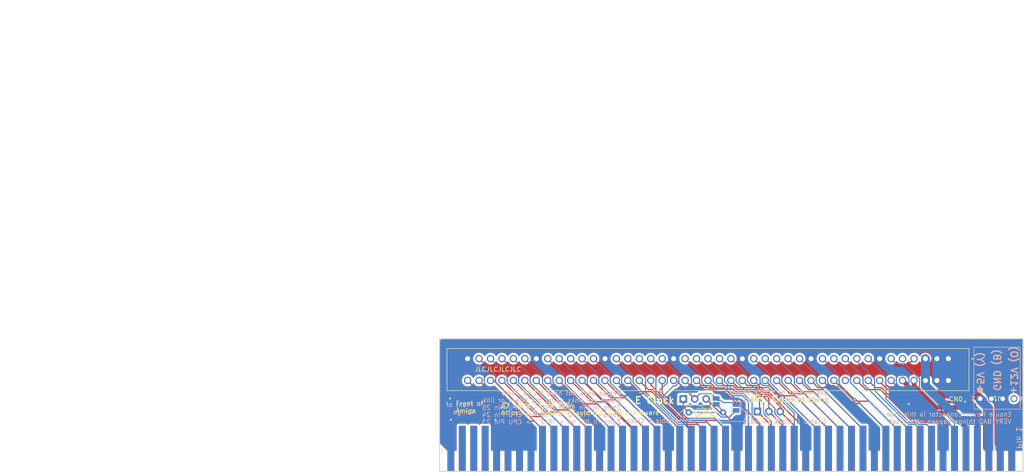
<source format=kicad_pcb>
(kicad_pcb (version 20221018) (generator pcbnew)
  (layers (0 "F.Cu" signal) (31 "B.Cu" signal) (34 "B.Paste" user) (35 "F.Paste" user) (36 "B.SilkS" user "B.Silkscreen") (37 "F.SilkS" user "F.Silkscreen") (38 "B.Mask" user) (39 "F.Mask" user) (44 "Edge.Cuts" user))
  (net 0 "")
  (net 1 "GND")
  (net 2 "+5V")
  (net 3 "-5V")
  (net 4 "+12V")
  (net 5 "CCKQ")
  (net 6 "CCK")
  (net 7 "-12V")
  (net 8 "INT6")
  (net 9 "A4")
  (net 10 "A3")
  (net 11 "A7")
  (net 12 "A8")
  (net 13 "A9")
  (net 14 "A10")
  (net 15 "A11")
  (net 16 "A12")
  (net 17 "IPL0")
  (net 18 "IPL1")
  (net 19 "IPL2")
  (net 20 "BEER")
  (net 21 "E")
  (net 22 "A18")
  (net 23 "A19")
  (net 24 "A20")
  (net 25 "A21")
  (net 26 "BR")
  (net 27 "BGACK")
  (net 28 "BG")
  (net 29 "DTACK")
  (net 30 "R_W")
  (net 31 "LDS")
  (net 32 "UDS")
  (net 33 "AS")
  (net 34 "D10")
  (net 35 "D9")
  (net 36 "D8")
  (net 37 "D7")
  (net 38 "D6")
  (net 39 "D5")
  (net 40 "E7MHz")
  (net 41 "IORESET")
  (net 42 "ENT1")
  (net 43 "OWN")
  (net 44 "SLAVE")
  (net 45 "CDAC")
  (net 46 "OVR")
  (net 47 "INT2")
  (net 48 "A5")
  (net 49 "A6")
  (net 50 "A2")
  (net 51 "A1")
  (net 52 "FC0")
  (net 53 "FC1")
  (net 54 "FC2")
  (net 55 "A13")
  (net 56 "A14")
  (net 57 "A15")
  (net 58 "A16")
  (net 59 "A17")
  (net 60 "VMA")
  (net 61 "RST")
  (net 62 "HLT")
  (net 63 "A22")
  (net 64 "A23")
  (net 65 "D15")
  (net 66 "D14")
  (net 67 "D13")
  (net 68 "D12")
  (net 69 "D11")
  (net 70 "D0")
  (net 71 "D1")
  (net 72 "D2")
  (net 73 "D3")
  (net 74 "D4")
  (net 75 "DOE")
  (net 76 "CBG")
  (net 77 "ECLock")
  (net 78 "VPA")
  (net 79 "XRDY")
  (net 80 "28MHz")
  (net 81 "BOSS")
  (net 82 "CFGIN")
  (net 83 "CFGOUT")
  (net 84 "E68R")
  (footprint "custom:zorro2card" (layer "F.Cu") (at 163.83 129.54)
    (fp_text reference "CON-Z21" hide)
    (fp_text value "zorro2port" hide)
  )
  (footprint "Resistor_THT:R_Axial_DIN0204_L3.6mm_D1.6mm_P7.62mm_Horizontal" (layer "F.Cu") (at 162.01 124.1 180)
    (fp_text reference "68R")
    (fp_text value "R_Axial_DIN0204_L3.6mm_D1.6mm_P7.62mm_Horizontal" hide)
  )
  (footprint "Connector_PinHeader_2.54mm:PinHeader_1x03_P2.54mm_Vertical" (layer "F.Cu") (at 153.175 121.1 90)
    (fp_text reference "REF**" hide)
    (fp_text value "PinHeader_1x03_P2.54mm_Vertical" hide)
  )
  (footprint "footprints:TE_1-5530843-0" (layer "F.Cu") (at 158.66 114.5743 180)
    (fp_text reference "CN0")
    (fp_text value "Co-Processor")
  )
  (footprint "Connector_PinHeader_2.54mm:PinHeader_1x03_P2.54mm_Vertical" (layer "F.Cu") (at 169.62 123.9 90)
    (fp_text reference "REF**" hide)
    (fp_text value "PinHeader_1x03_P2.54mm_Vertical" hide)
  )
  (footprint "footprints:CONN_171826-4_TYCO_TYC" (layer "B.Cu") (at 219.05 121.0466)
    (fp_text reference "J1")
    (fp_text value "CONN_171826-4_TYCO_TYC" hide)
  )
  (footprint "Jumper:SolderJumper-2_P1.3mm_Open_Pad1.0x1.5mm" (layer "B.Cu") (at 160.5 121.65 90)
    (fp_text reference "REF**" hide)
    (fp_text value "SolderJumper-2_P1.3mm_Open_Pad1.0x1.5mm" hide)
  )
  (footprint "Jumper:SolderJumper-2_P1.3mm_Open_Pad1.0x1.5mm" (layer "B.Cu") (at 164.9 123 90)
    (fp_text reference "REF**" hide)
    (fp_text value "SolderJumper-2_P1.3mm_Open_Pad1.0x1.5mm" hide)
  )
  (gr_line (start 157.9 122.6) (end 156.2 122.6) (stroke (width 0.15)) (layer "B.SilkS"))
  (gr_line (start 154.15 122.6) (end 151.69 124.97) (stroke (width 0.15)) (layer "B.SilkS"))
  (gr_line (start 157.05 122.6) (end 158 123.4) (stroke (width 0.15)) (layer "B.SilkS"))
  (gr_line (start 159.5 123.05) (end 155 125.8) (stroke (width 0.15)) (layer "B.SilkS"))
  (gr_line (start 161.4 126.1) (end 166.3 126.1) (stroke (width 0.15)) (layer "B.SilkS"))
  (gr_line (start 158.8 124.1) (end 161.4 126.1) (stroke (width 0.15)) (layer "B.SilkS"))
  (gr_line (start 155.1 122.6) (end 153.2 122.6) (stroke (width 0.15)) (layer "B.SilkS"))
  (gr_line (start 155 125.8) (end 152.15 125.84) (stroke (width 0.15)) (layer "B.SilkS"))
  (gr_line (start 167.8 124.8) (end 165.9 123) (stroke (width 0.15)) (layer "B.SilkS"))
  (gr_line locked (start 228.56 107.711) (end 228.56 137.183) (stroke (width 0.2)) (layer "Edge.Cuts"))
  (gr_line locked (start 228.56 137.183) (end 99.098 137.183) (stroke (width 0.2)) (layer "Edge.Cuts"))
  (gr_line locked (start 99.1 137.183) (end 99.1 107.713) (stroke (width 0.2)) (layer "Edge.Cuts"))
  (gr_line locked (start 99.1 107.713) (end 228.562 107.713) (stroke (width 0.2)) (layer "Edge.Cuts"))
  (gr_text "Denise does not have IPL to Zorro\nEither use links under the board or link\nZorro-II Pin 40 = IPL0 -> CPU Pin 25\nZorro-II Pin 42 = IPL1 -> CPU Pin 24\nZorro-II Pin 44 = IPL2 -> CPU Pin 23" (at 139.49 126.81) (layer "B.SilkS") (effects (font (size 1 1)) (justify left bottom mirror)))
  (gr_text "+12V (O)" (at 225.7 120.3 270) (layer "B.SilkS") (effects (font (size 1.5 1.5) (thickness 0.3) bold) (justify left bottom mirror)))
  (gr_text "Enable E Clock (+ 68R)" (at 185 126.7) (layer "B.SilkS") (effects (font (size 1 1)) (justify left bottom mirror)))
  (gr_text "Enable E Clock" (at 152.08 126.5) (layer "B.SilkS") (effects (font (size 1 1)) (justify left bottom mirror)))
  (gr_text "Front of\nAmiga" (at 106.67 124.59) (layer "B.SilkS") (effects (font (size 1 1)) (justify left bottom mirror)))
  (gr_text "Use Jumper or bridge solder \npoints to enable E Clock" (at 185.5 121.82) (layer "B.SilkS") (effects (font (size 1 1)) (justify left bottom mirror)))
  (gr_text "Pin 1" (at 227 132.3 270) (layer "B.SilkS") (effects (font (size 1.2 1.2) (thickness 0.2) bold) (justify left bottom mirror)))
  (gr_text "Ensure Power connector is this side\nVERY BAD things happen otherwise!" (at 226.1 126.7) (layer "B.SilkS") (effects (font (size 1 1)) (justify left bottom mirror)))
  (gr_text "+5V (Y)" (at 218.2 119.9 270) (layer "B.SilkS") (effects (font (size 1.5 1.5) (thickness 0.3) bold) (justify left bottom mirror)))
  (gr_text "GND (B)" (at 221.9 119.5 270) (layer "B.SilkS") (effects (font (size 1.5 1.5) (thickness 0.3) bold) (justify left bottom mirror)))
  (gr_text "Front of\nAmiga" (at 102.6 124.3) (layer "F.SilkS") (effects (font (size 1 1)) (justify left bottom)))
  (gr_text "JLCJLCJLCJLC" (at 106.8 115.1) (layer "F.SilkS") (effects (font (size 1 1)) (justify left bottom)))
  (gr_text "E Clock" (at 142.3 122.3) (layer "F.SilkS") (effects (font (size 1.5 1.5) (thickness 0.3) bold) (justify left bottom)))
  (gr_text "© David Sharp 2024\nhttps://github.com/Fastdruid/AmigaHardware" (at 112.73 124.73) (layer "F.SilkS") (effects (font (size 1 1)) (justify left bottom)))
  (gr_text "2 1 0" (at 169.9 126.7) (layer "F.SilkS") (effects (font (size 1 1)) (justify left bottom)))
  (gr_text "IPL Connector" (at 168 122) (layer "F.SilkS") (effects (font (size 1.5 1.5) (thickness 0.3) bold) (justify left bottom)))
  (segment (start 1.655 32.58) (end 1.555 32.48) (width 0) (layer "F.Cu") (net 0))
  (segment (start 19.435 32.58) (end 19.335 32.48) (width 0) (layer "F.Cu") (net 0))
  (segment (start 24.515 32.58) (end 24.415 32.48) (width 0) (layer "F.Cu") (net 0))
  (segment (start 11.815 32.58) (end 11.715 32.48) (width 0) (layer "F.Cu") (net 0))
  (segment (start 6.735 32.58) (end 6.635 32.48) (width 0) (layer "F.Cu") (net 0))
  (segment (start 212 117) (end 212 112.1486) (width 2) (layer "F.Cu") (net 1))
  (segment (start 209.46 117) (end 212 117) (width 2) (layer "F.Cu") (net 1))
  (segment (start 226.06 127.842) (end 226.06 132.08) (width 2) (layer "F.Cu") (net 1))
  (segment (start 212 112.1486) (end 209.46 112.1486) (width 2) (layer "F.Cu") (net 1))
  (segment (start 209.46 112.1486) (end 209.46 117) (width 2) (layer "F.Cu") (net 1))
  (via (at 215.7 121.7) (size 0.8) (drill 0.4) (layers "F.Cu" "B.Cu") (net 1))
  (via (at 111.5 125.7) (size 0.8) (drill 0.4) (layers "F.Cu" "B.Cu") (net 1))
  (via (at 112.8 123.1) (size 0.8) (drill 0.4) (layers "F.Cu" "B.Cu") (net 1))
  (via (at 114.4 122.3) (size 0.8) (drill 0.4) (layers "F.Cu" "B.Cu") (net 1))
  (via (at 101.4 121) (size 0.8) (drill 0.4) (layers "F.Cu" "B.Cu") (net 1))
  (via (at 203.2 122.2) (size 0.8) (drill 0.4) (layers "F.Cu" "B.Cu") (net 1))
  (via (at 101.6 125.7) (size 0.8) (drill 0.4) (layers "F.Cu" "B.Cu") (net 1))
  (segment (start 134.62 127.842) (end 124.24415 117.46615) (width 0.25) (layer "B.Cu") (net 1))
  (segment (start 185.20415 115.83275) (end 181.52 112.1486) (width 0.25) (layer "B.Cu") (net 1))
  (segment (start 149.86 127.842) (end 139.48415 117.46615) (width 0.25) (layer "B.Cu") (net 1))
  (segment (start 196.76 112.1486) (end 200.46725 115.85585) (width 0.25) (layer "B.Cu") (net 1))
  (segment (start 165.1 132.08) (end 165.1 127.842) (width 0.25) (layer "B.Cu") (net 1))
  (segment (start 210.82 127.842) (end 205.178 122.2) (width 0.25) (layer "B.Cu") (net 1))
  (segment (start 109.00415 115.83275) (end 105.32 112.1486) (width 0.25) (layer "B.Cu") (net 1))
  (segment (start 195.58 132.08) (end 195.58 127.842) (width 0.25) (layer "B.Cu") (net 1))
  (segment (start 156.30215 119.04415) (end 154.97585 117.71785) (width 0.25) (layer "B.Cu") (net 1))
  (segment (start 165.1 132.08) (end 165.975 131.205) (width 0.25) (layer "B.Cu") (net 1))
  (segment (start 149.86 132.08) (end 149.86 127.842) (width 0.25) (layer "B.Cu") (net 1))
  (segment (start 160.34415 119.04415) (end 156.30215 119.04415) (width 0.25) (layer "B.Cu") (net 1))
  (segment (start 124.24415 115.83275) (end 120.56 112.1486) (width 0.25) (layer "B.Cu") (net 1))
  (segment (start 165.975 121.525) (end 165.35 120.9) (width 0.25) (layer "B.Cu") (net 1))
  (segment (start 210.82 125.92) (end 210.82 132.08) (width 0.25) (layer "B.Cu") (net 1))
  (segment (start 170.21585 117.473923) (end 170.21585 116.08445) (width 0.25) (layer "B.Cu") (net 1))
  (segment (start 154.97585 117.71785) (end 154.97585 116.08445) (width 0.25) (layer "B.Cu") (net 1))
  (segment (start 205.178 122.2) (end 203.2 122.2) (width 0.25) (layer "B.Cu") (net 1))
  (segment (start 200.44415 119.44415) (end 200.44415 115.83275) (width 0.25) (layer "B.Cu") (net 1))
  (segment (start 180.34 126.2086) (end 172.27555 118.14415) (width 0.25) (layer "B.Cu") (net 1))
  (segment (start 154.97585 116.08445) (end 151.04 112.1486) (width 0.25) (layer "B.Cu") (net 1))
  (segment (start 195.58 127.842) (end 185.20415 117.46615) (width 0.25) (layer "B.Cu") (net 1))
  (segment (start 139.48415 115.83275) (end 135.8 112.1486) (width 0.25) (layer "B.Cu") (net 1))
  (segment (start 165.975 131.205) (end 165.975 121.525) (width 0.25) (layer "B.Cu") (net 1))
  (segment (start 165.35 120.9) (end 162.2 120.9) (width 0.25) (layer "B.Cu") (net 1))
  (segment (start 203.2 122.2) (end 200.44415 119.44415) (width 0.25) (layer "B.Cu") (net 1))
  (segment (start 203.23585 116.53585) (end 203.23585 118.33585) (width 0.25) (layer "B.Cu") (net 1))
  (segment (start 210.82 132.08) (end 210.82 127.842) (width 0.25) (layer "B.Cu") (net 1))
  (segment (start 185.20415 117.46615) (end 185.20415 115.83275) (width 0.25) (layer "B.Cu") (net 1))
  (segment (start 180.34 132.08) (end 180.34 126.2086) (width 0.25) (layer "B.Cu") (net 1))
  (segment (start 200.44415 115.83275) (end 196.76 112.1486) (width 0.25) (layer "B.Cu") (net 1))
  (segment (start 172.27555 118.14415) (end 170.886077 118.14415) (width 0.25) (layer "B.Cu") (net 1))
  (segment (start 134.62 132.08) (end 134.62 127.842) (width 0.25) (layer "B.Cu") (net 1))
  (segment (start 203.23585 118.33585) (end 210.82 125.92) (width 0.25) (layer "B.Cu") (net 1))
  (segment (start 124.24415 117.46615) (end 124.24415 115.83275) (width 0.25) (layer "B.Cu") (net 1))
  (segment (start 139.48415 117.46615) (end 139.48415 115.83275) (width 0.25) (layer "B.Cu") (net 1))
  (segment (start 162.2 120.9) (end 160.34415 119.04415) (width 0.25) (layer "B.Cu") (net 1))
  (segment (start 109.00415 121.70415) (end 109.00415 115.83275) (width 0.25) (layer "B.Cu") (net 1))
  (segment (start 170.21585 116.08445) (end 166.28 112.1486) (width 0.25) (layer "B.Cu") (net 1))
  (segment (start 202.55585 115.85585) (end 203.23585 116.53585) (width 0.25) (layer "B.Cu") (net 1))
  (segment (start 170.886077 118.14415) (end 170.21585 117.473923) (width 0.25) (layer "B.Cu") (net 1))
  (segment (start 119.38 132.08) (end 109.00415 121.70415) (width 0.25) (layer "B.Cu") (net 1))
  (segment (start 200.46725 115.85585) (end 202.55585 115.85585) (width 0.25) (layer "B.Cu") (net 1))
  (segment (start 206.92 118.158453) (end 208.761547 120) (width 2) (layer "F.Cu") (net 2))
  (segment (start 219.588 121.588) (end 219.588 121.859288) (width 2) (layer "F.Cu") (net 2))
  (segment (start 218 120) (end 219.588 121.588) (width 2) (layer "F.Cu") (net 2))
  (segment (start 219.588 121.859288) (end 220.7 122.971288) (width 2) (layer "F.Cu") (net 2))
  (segment (start 206.92 117) (end 206.92 118.158453) (width 2) (layer "F.Cu") (net 2))
  (segment (start 208.761547 120) (end 218 120) (width 2) (layer "F.Cu") (net 2))
  (segment (start 220.7 131.8) (end 220.98 132.08) (width 2) (layer "F.Cu") (net 2))
  (segment (start 220.7 122.971288) (end 220.7 131.8) (width 2) (layer "F.Cu") (net 2))
  (segment (start 220.402 125.88) (end 220.98 126.458) (width 2) (layer "B.Cu") (net 2))
  (segment (start 220.98 123.251288) (end 219.05 121.321288) (width 2) (layer "B.Cu") (net 2))
  (segment (start 220.98 132.08) (end 220.98 123.251288) (width 2) (layer "B.Cu") (net 2))
  (segment (start 219.05 121.321288) (end 219.05 121.0466) (width 2) (layer "B.Cu") (net 2))
  (segment (start 214.641547 125.88) (end 220.402 125.88) (width 2) (layer "B.Cu") (net 2))
  (segment (start 220.98 126.458) (end 220.98 132.08) (width 2) (layer "B.Cu") (net 2))
  (segment (start 206.92 117) (end 206.92 118.158453) (width 2) (layer "B.Cu") (net 2))
  (segment (start 206.92 118.158453) (end 214.641547 125.88) (width 2) (layer "B.Cu") (net 2))
  (segment (start 206.92 117) (end 206.92 112.1486) (width 2) (layer "B.Cu") (net 2))
  (segment (start 204.38 118.158453) (end 209.221547 123) (width 1) (layer "F.Cu") (net 3))
  (segment (start 218.44 124.44) (end 218.44 127.785) (width 1) (layer "F.Cu") (net 3))
  (segment (start 204.38 117) (end 204.38 118.158453) (width 1) (layer "F.Cu") (net 3))
  (segment (start 217 123) (end 218.44 124.44) (width 1) (layer "F.Cu") (net 3))
  (segment (start 218.44 127.785) (end 218.44 132.08) (width 0.25) (layer "F.Cu") (net 3))
  (segment (start 209.221547 123) (end 217 123) (width 1) (layer "F.Cu") (net 3))
  (segment (start 215.9 127.458) (end 215.9 132.08) (width 1) (layer "F.Cu") (net 4))
  (segment (start 203.18 118.655509) (end 208.724491 124.2) (width 1) (layer "F.Cu") (net 4))
  (segment (start 208.724491 124.2) (end 212.642 124.2) (width 1) (layer "F.Cu") (net 4))
  (segment (start 212.642 124.2) (end 215.9 127.458) (width 1) (layer "F.Cu") (net 4))
  (segment (start 203.18 118.34) (end 203.18 118.655509) (width 1) (layer "F.Cu") (net 4))
  (segment (start 201.84 117) (end 203.18 118.34) (width 1) (layer "F.Cu") (net 4))
  (segment (start 196.76 117.27) (end 196.76 117) (width 0.25) (layer "F.Cu") (net 5))
  (segment (start 209.255 126.305) (end 205.795 126.305) (width 0.25) (layer "F.Cu") (net 5))
  (segment (start 210.82 132.08) (end 210.82 127.87) (width 0.25) (layer "F.Cu") (net 5))
  (segment (start 210.82 127.87) (end 209.255 126.305) (width 0.25) (layer "F.Cu") (net 5))
  (segment (start 205.795 126.305) (end 196.76 117.27) (width 0.25) (layer "F.Cu") (net 5))
  (segment (start 197.128546 118.59415) (end 195.81415 118.59415) (width 0.25) (layer "F.Cu") (net 6))
  (segment (start 195.81415 118.59415) (end 194.22 117) (width 0.25) (layer "F.Cu") (net 6))
  (segment (start 208.28 127.86) (end 207.175 126.755) (width 0.25) (layer "F.Cu") (net 6))
  (segment (start 207.175 126.755) (end 205.289396 126.755) (width 0.25) (layer "F.Cu") (net 6))
  (segment (start 208.28 132.08) (end 208.28 127.86) (width 0.25) (layer "F.Cu") (net 6))
  (segment (start 205.289396 126.755) (end 197.128546 118.59415) (width 0.25) (layer "F.Cu") (net 6))
  (segment (start 191.2 121.6) (end 194.418 121.6) (width 0.25) (layer "F.Cu") (net 8))
  (segment (start 186.6 117) (end 191.2 121.6) (width 0.25) (layer "F.Cu") (net 8))
  (segment (start 200.66 127.842) (end 200.66 132.08) (width 0.25) (layer "F.Cu") (net 8))
  (segment (start 194.418 121.6) (end 200.66 127.842) (width 0.25) (layer "F.Cu") (net 8))
  (segment (start 198.12 127.89) (end 192.33 122.1) (width 0.25) (layer "F.Cu") (net 9))
  (segment (start 186.63415 118.14415) (end 185.20415 118.14415) (width 0.25) (layer "F.Cu") (net 9))
  (segment (start 185.20415 118.14415) (end 184.06 117) (width 0.25) (layer "F.Cu") (net 9))
  (segment (start 198.12 132.08) (end 198.12 127.89) (width 0.25) (layer "F.Cu") (net 9))
  (segment (start 190.59 122.1) (end 186.63415 118.14415) (width 0.25) (layer "F.Cu") (net 9))
  (segment (start 192.33 122.1) (end 190.59 122.1) (width 0.25) (layer "F.Cu") (net 9))
  (segment (start 186.24415 118.59415) (end 183.11415 118.59415) (width 0.25) (layer "F.Cu") (net 10))
  (segment (start 195.58 132.08) (end 195.58 127.93) (width 0.25) (layer "F.Cu") (net 10))
  (segment (start 183.11415 118.59415) (end 181.52 117) (width 0.25) (layer "F.Cu") (net 10))
  (segment (start 195.58 127.93) (end 186.24415 118.59415) (width 0.25) (layer "F.Cu") (net 10))
  (segment (start 181.02415 119.04415) (end 178.98 117) (width 0.25) (layer "F.Cu") (net 11))
  (segment (start 193.04 132.08) (end 193.04 127.842) (width 0.25) (layer "F.Cu") (net 11))
  (segment (start 184.24215 119.04415) (end 181.02415 119.04415) (width 0.25) (layer "F.Cu") (net 11))
  (segment (start 193.04 127.842) (end 184.24215 119.04415) (width 0.25) (layer "F.Cu") (net 11))
  (segment (start 190.5 132.08) (end 190.5 127.842) (width 0.25) (layer "F.Cu") (net 12))
  (segment (start 182.15215 119.49415) (end 178.93415 119.49415) (width 0.25) (layer "F.Cu") (net 12))
  (segment (start 190.5 127.842) (end 182.15215 119.49415) (width 0.25) (layer "F.Cu") (net 12))
  (segment (start 178.93415 119.49415) (end 176.44 117) (width 0.25) (layer "F.Cu") (net 12))
  (segment (start 180.06215 119.94415) (end 176.84415 119.94415) (width 0.25) (layer "F.Cu") (net 13))
  (segment (start 187.96 127.842) (end 180.06215 119.94415) (width 0.25) (layer "F.Cu") (net 13))
  (segment (start 187.96 132.08) (end 187.96 127.842) (width 0.25) (layer "F.Cu") (net 13))
  (segment (start 176.84415 119.94415) (end 173.9 117) (width 0.25) (layer "F.Cu") (net 13))
  (segment (start 185.42 127.842) (end 177.97215 120.39415) (width 0.25) (layer "F.Cu") (net 14))
  (segment (start 177.97215 120.39415) (end 174.75415 120.39415) (width 0.25) (layer "F.Cu") (net 14))
  (segment (start 185.42 132.08) (end 185.42 127.842) (width 0.25) (layer "F.Cu") (net 14))
  (segment (start 174.75415 120.39415) (end 171.36 117) (width 0.25) (layer "F.Cu") (net 14))
  (segment (start 171.02 119.2) (end 168.82 117) (width 0.25) (layer "F.Cu") (net 15))
  (segment (start 174.567754 120.84415) (end 172.923604 119.2) (width 0.25) (layer "F.Cu") (net 15))
  (segment (start 182.88 127.842) (end 175.88215 120.84415) (width 0.25) (layer "F.Cu") (net 15))
  (segment (start 182.88 132.08) (end 182.88 127.842) (width 0.25) (layer "F.Cu") (net 15))
  (segment (start 172.923604 119.2) (end 171.02 119.2) (width 0.25) (layer "F.Cu") (net 15))
  (segment (start 175.88215 120.84415) (end 174.567754 120.84415) (width 0.25) (layer "F.Cu") (net 15))
  (segment (start 170.833604 119.65) (end 169.327754 118.14415) (width 0.25) (layer "F.Cu") (net 16))
  (segment (start 180.34 132.08) (end 180.34 127.842) (width 0.25) (layer "F.Cu") (net 16))
  (segment (start 172.148 119.65) (end 170.833604 119.65) (width 0.25) (layer "F.Cu") (net 16))
  (segment (start 169.327754 118.14415) (end 167.42415 118.14415) (width 0.25) (layer "F.Cu") (net 16))
  (segment (start 167.42415 118.14415) (end 166.28 117) (width 0.25) (layer "F.Cu") (net 16))
  (segment (start 180.34 127.842) (end 172.148 119.65) (width 0.25) (layer "F.Cu") (net 16))
  (segment (start 177.8 127) (end 177.8 132.08) (width 0.25) (layer "F.Cu") (net 17))
  (segment (start 171.961604 120.1) (end 170.647208 120.1) (width 0.25) (layer "F.Cu") (net 17))
  (segment (start 174.7 123.9) (end 177.8 127) (width 0.25) (layer "F.Cu") (net 17))
  (segment (start 170.647208 120.1) (end 169.141358 118.59415) (width 0.25) (layer "F.Cu") (net 17))
  (segment (start 174.7 123.9) (end 174.7 122.838396) (width 0.25) (layer "F.Cu") (net 17))
  (segment (start 174.7 122.838396) (end 171.961604 120.1) (width 0.25) (layer "F.Cu") (net 17))
  (segment (start 169.141358 118.59415) (end 165.33415 118.59415) (width 0.25) (layer "F.Cu") (net 17))
  (segment (start 165.33415 118.59415) (end 163.74 117) (width 0.25) (layer "F.Cu") (net 17))
  (segment (start 172.16 120.934792) (end 171.775208 120.55) (width 0.25) (layer "F.Cu") (net 18))
  (segment (start 175.26 127) (end 175.26 132.08) (width 0.25) (layer "F.Cu") (net 18))
  (segment (start 168.954962 119.04415) (end 165.147754 119.04415) (width 0.25) (layer "F.Cu") (net 18))
  (segment (start 171.775208 120.55) (end 170.460812 120.55) (width 0.25) (layer "F.Cu") (net 18))
  (segment (start 172.16 123.9) (end 172.16 120.934792) (width 0.25) (layer "F.Cu") (net 18))
  (segment (start 170.460812 120.55) (end 168.954962 119.04415) (width 0.25) (layer "F.Cu") (net 18))
  (segment (start 164.247754 118.14415) (end 162.34415 118.14415) (width 0.25) (layer "F.Cu") (net 18))
  (segment (start 172.16 123.9) (end 175.26 127) (width 0.25) (layer "F.Cu") (net 18))
  (segment (start 162.34415 118.14415) (end 161.2 117) (width 0.25) (layer "F.Cu") (net 18))
  (segment (start 165.147754 119.04415) (end 164.247754 118.14415) (width 0.25) (layer "F.Cu") (net 18))
  (segment (start 160.56 118.9) (end 164.367208 118.9) (width 0.25) (layer "F.Cu") (net 19))
  (segment (start 164.367208 118.9) (end 164.961358 119.49415) (width 0.25) (layer "F.Cu") (net 19))
  (segment (start 158.66 117) (end 160.56 118.9) (width 0.25) (layer "F.Cu") (net 19))
  (segment (start 170.1 123.42) (end 169.62 123.9) (width 0.25) (layer "F.Cu") (net 19))
  (segment (start 169.62 123.9) (end 172.72 127) (width 0.25) (layer "F.Cu") (net 19))
  (segment (start 170.1 120.825584) (end 170.1 123.42) (width 0.25) (layer "F.Cu") (net 19))
  (segment (start 168.768566 119.49415) (end 170.1 120.825584) (width 0.25) (layer "F.Cu") (net 19))
  (segment (start 164.961358 119.49415) (end 168.768566 119.49415) (width 0.25) (layer "F.Cu") (net 19))
  (segment (start 172.72 127) (end 172.72 132.08) (width 0.25) (layer "F.Cu") (net 19))
  (segment (start 168.675 125.075) (end 168.445 125.075) (width 0.25) (layer "F.Cu") (net 20))
  (segment (start 160.373604 119.35) (end 159.167754 118.14415) (width 0.25) (layer "F.Cu") (net 20))
  (segment (start 157.26415 118.14415) (end 156.12 117) (width 0.25) (layer "F.Cu") (net 20))
  (segment (start 168.445 125.075) (end 168.445 124.845) (width 0.25) (layer "F.Cu") (net 20))
  (segment (start 170.18 126.58) (end 168.675 125.075) (width 0.25) (layer "F.Cu") (net 20))
  (segment (start 162.95 119.35) (end 160.373604 119.35) (width 0.25) (layer "F.Cu") (net 20))
  (segment (start 170.18 132.08) (end 170.18 126.58) (width 0.25) (layer "F.Cu") (net 20))
  (segment (start 159.167754 118.14415) (end 157.26415 118.14415) (width 0.25) (layer "F.Cu") (net 20))
  (segment (start 168.445 124.845) (end 162.95 119.35) (width 0.25) (layer "F.Cu") (net 20))
  (segment (start 151.615 117) (end 155.715 121.1) (width 0.25) (layer "F.Cu") (net 21))
  (segment (start 151.04 117) (end 151.615 117) (width 0.25) (layer "F.Cu") (net 21))
  (segment (start 162 121.9) (end 161.575 121.475) (width 0.25) (layer "B.Cu") (net 21))
  (segment (start 160.975 121.475) (end 160.5 121) (width 0.25) (layer "B.Cu") (net 21))
  (segment (start 164.45 121.9) (end 162 121.9) (width 0.25) (layer "B.Cu") (net 21))
  (segment (start 161.575 121.475) (end 160.975 121.475) (width 0.25) (layer "B.Cu") (net 21))
  (segment (start 164.9 122.35) (end 164.45 121.9) (width 0.25) (layer "B.Cu") (net 21))
  (segment (start 156.89 119.925) (end 155.715 121.1) (width 0.25) (layer "B.Cu") (net 21))
  (segment (start 160.5 121) (end 159.425 119.925) (width 0.25) (layer "B.Cu") (net 21))
  (segment (start 159.425 119.925) (end 156.89 119.925) (width 0.25) (layer "B.Cu") (net 21))
  (segment (start 148.5 119.858812) (end 148.5 117) (width 0.25) (layer "F.Cu") (net 22))
  (segment (start 162.56 127.81) (end 160.605 125.855) (width 0.25) (layer "F.Cu") (net 22))
  (segment (start 160.605 125.855) (end 154.496188 125.855) (width 0.25) (layer "F.Cu") (net 22))
  (segment (start 154.496188 125.855) (end 148.5 119.858812) (width 0.25) (layer "F.Cu") (net 22))
  (segment (start 162.56 132.08) (end 162.56 127.81) (width 0.25) (layer "F.Cu") (net 22))
  (segment (start 145.96 117.955208) (end 145.96 117) (width 0.25) (layer "F.Cu") (net 23))
  (segment (start 158.485 126.305) (end 154.309792 126.305) (width 0.25) (layer "F.Cu") (net 23))
  (segment (start 160.02 132.08) (end 160.02 127.84) (width 0.25) (layer "F.Cu") (net 23))
  (segment (start 154.309792 126.305) (end 145.96 117.955208) (width 0.25) (layer "F.Cu") (net 23))
  (segment (start 160.02 127.84) (end 158.485 126.305) (width 0.25) (layer "F.Cu") (net 23))
  (segment (start 157.48 127.88) (end 156.355 126.755) (width 0.25) (layer "F.Cu") (net 24))
  (segment (start 154.123396 126.755) (end 146.412546 119.04415) (width 0.25) (layer "F.Cu") (net 24))
  (segment (start 157.48 132.08) (end 157.48 127.88) (width 0.25) (layer "F.Cu") (net 24))
  (segment (start 145.46415 119.04415) (end 143.42 117) (width 0.25) (layer "F.Cu") (net 24))
  (segment (start 146.412546 119.04415) (end 145.46415 119.04415) (width 0.25) (layer "F.Cu") (net 24))
  (segment (start 156.355 126.755) (end 154.123396 126.755) (width 0.25) (layer "F.Cu") (net 24))
  (segment (start 154.94 132.08) (end 154.94 128.208) (width 0.25) (layer "F.Cu") (net 25))
  (segment (start 143.37415 119.49415) (end 140.88 117) (width 0.25) (layer "F.Cu") (net 25))
  (segment (start 146.22615 119.49415) (end 143.37415 119.49415) (width 0.25) (layer "F.Cu") (net 25))
  (segment (start 154.94 128.208) (end 146.22615 119.49415) (width 0.25) (layer "F.Cu") (net 25))
  (segment (start 141.28415 119.94415) (end 138.34 117) (width 0.25) (layer "F.Cu") (net 26))
  (segment (start 152.4 127.842) (end 144.50215 119.94415) (width 0.25) (layer "F.Cu") (net 26))
  (segment (start 152.4 132.08) (end 152.4 127.842) (width 0.25) (layer "F.Cu") (net 26))
  (segment (start 144.50215 119.94415) (end 141.28415 119.94415) (width 0.25) (layer "F.Cu") (net 26))
  (segment (start 142.41215 120.39415) (end 139.19415 120.39415) (width 0.25) (layer "F.Cu") (net 27))
  (segment (start 149.86 127.842) (end 142.41215 120.39415) (width 0.25) (layer "F.Cu") (net 27))
  (segment (start 149.86 132.08) (end 149.86 127.842) (width 0.25) (layer "F.Cu") (net 27))
  (segment (start 139.19415 120.39415) (end 135.8 117) (width 0.25) (layer "F.Cu") (net 27))
  (segment (start 137.10415 120.84415) (end 133.26 117) (width 0.25) (layer "F.Cu") (net 28))
  (segment (start 140.37415 120.84415) (end 137.10415 120.84415) (width 0.25) (layer "F.Cu") (net 28))
  (segment (start 147.32 132.08) (end 147.32 127.79) (width 0.25) (layer "F.Cu") (net 28))
  (segment (start 147.32 127.79) (end 140.37415 120.84415) (width 0.25) (layer "F.Cu") (net 28))
  (segment (start 144.78 127.842) (end 138.23215 121.29415) (width 0.25) (layer "F.Cu") (net 29))
  (segment (start 138.23215 121.29415) (end 135.01415 121.29415) (width 0.25) (layer "F.Cu") (net 29))
  (segment (start 135.01415 121.29415) (end 130.72 117) (width 0.25) (layer "F.Cu") (net 29))
  (segment (start 144.78 132.08) (end 144.78 127.842) (width 0.25) (layer "F.Cu") (net 29))
  (segment (start 136.14415 121.74415) (end 132.92415 121.74415) (width 0.25) (layer "F.Cu") (net 30))
  (segment (start 132.92415 121.74415) (end 128.18 117) (width 0.25) (layer "F.Cu") (net 30))
  (segment (start 142.24 132.08) (end 142.24 127.84) (width 0.25) (layer "F.Cu") (net 30))
  (segment (start 142.24 127.84) (end 136.14415 121.74415) (width 0.25) (layer "F.Cu") (net 30))
  (segment (start 139.7 132.08) (end 139.7 127.842) (width 0.25) (layer "F.Cu") (net 31))
  (segment (start 134.05215 122.19415) (end 130.83415 122.19415) (width 0.25) (layer "F.Cu") (net 31))
  (segment (start 139.7 127.842) (end 134.05215 122.19415) (width 0.25) (layer "F.Cu") (net 31))
  (segment (start 130.83415 122.19415) (end 125.64 117) (width 0.25) (layer "F.Cu") (net 31))
  (segment (start 131.96215 122.64415) (end 128.74415 122.64415) (width 0.25) (layer "F.Cu") (net 32))
  (segment (start 137.16 132.08) (end 137.16 127.842) (width 0.25) (layer "F.Cu") (net 32))
  (segment (start 128.74415 122.64415) (end 123.1 117) (width 0.25) (layer "F.Cu") (net 32))
  (segment (start 137.16 127.842) (end 131.96215 122.64415) (width 0.25) (layer "F.Cu") (net 32))
  (segment (start 134.62 132.08) (end 134.62 128.208) (width 0.25) (layer "F.Cu") (net 33))
  (segment (start 134.62 128.208) (end 129.50615 123.09415) (width 0.25) (layer "F.Cu") (net 33))
  (segment (start 129.50615 123.09415) (end 126.65415 123.09415) (width 0.25) (layer "F.Cu") (net 33))
  (segment (start 126.65415 123.09415) (end 120.56 117) (width 0.25) (layer "F.Cu") (net 33))
  (segment (start 132.08 127.842) (end 127.78215 123.54415) (width 0.25) (layer "F.Cu") (net 34))
  (segment (start 124.56415 123.54415) (end 118.02 117) (width 0.25) (layer "F.Cu") (net 34))
  (segment (start 127.78215 123.54415) (end 124.56415 123.54415) (width 0.25) (layer "F.Cu") (net 34))
  (segment (start 132.08 132.08) (end 132.08 127.842) (width 0.25) (layer "F.Cu") (net 34))
  (segment (start 122.47415 123.99415) (end 115.48 117) (width 0.25) (layer "F.Cu") (net 35))
  (segment (start 129.54 132.08) (end 129.54 127.842) (width 0.25) (layer "F.Cu") (net 35))
  (segment (start 125.69215 123.99415) (end 122.47415 123.99415) (width 0.25) (layer "F.Cu") (net 35))
  (segment (start 129.54 127.842) (end 125.69215 123.99415) (width 0.25) (layer "F.Cu") (net 35))
  (segment (start 123.60215 124.44415) (end 120.38415 124.44415) (width 0.25) (layer "F.Cu") (net 36))
  (segment (start 127 127.842) (end 123.60215 124.44415) (width 0.25) (layer "F.Cu") (net 36))
  (segment (start 127 132.08) (end 127 127.842) (width 0.25) (layer "F.Cu") (net 36))
  (segment (start 120.38415 124.44415) (end 112.94 117) (width 0.25) (layer "F.Cu") (net 36))
  (segment (start 121.618 125) (end 119.18 125) (width 0.25) (layer "F.Cu") (net 37))
  (segment (start 111.18 117) (end 110.4 117) (width 0.25) (layer "F.Cu") (net 37))
  (segment (start 124.46 127.842) (end 121.618 125) (width 0.25) (layer "F.Cu") (net 37))
  (segment (start 124.46 132.08) (end 124.46 127.842) (width 0.25) (layer "F.Cu") (net 37))
  (segment (start 119.18 125) (end 111.18 117) (width 0.25) (layer "F.Cu") (net 37))
  (segment (start 120.078 126) (end 119.11 126) (width 0.25) (layer "F.Cu") (net 38))
  (segment (start 119.11 126) (end 116.135 123.025) (width 0.25) (layer "F.Cu") (net 38))
  (segment (start 113.885 123.025) (end 107.86 117) (width 0.25) (layer "F.Cu") (net 38))
  (segment (start 116.135 123.025) (end 113.885 123.025) (width 0.25) (layer "F.Cu") (net 38))
  (segment (start 121.92 127.842) (end 120.078 126) (width 0.25) (layer "F.Cu") (net 38))
  (segment (start 121.92 132.08) (end 121.92 127.842) (width 0.25) (layer "F.Cu") (net 38))
  (segment (start 113.32 125) (end 105.32 117) (width 0.25) (layer "F.Cu") (net 39))
  (segment (start 116.58 125) (end 113.32 125) (width 0.25) (layer "F.Cu") (net 39))
  (segment (start 119.38 127.8) (end 116.58 125) (width 0.25) (layer "F.Cu") (net 39))
  (segment (start 119.38 132.08) (end 119.38 127.8) (width 0.25) (layer "F.Cu") (net 39))
  (segment (start 103.43 114.8) (end 102.44 115.79) (width 0.25) (layer "F.Cu") (net 40))
  (segment (start 111.76 127.581927) (end 111.76 132.08) (width 0.25) (layer "F.Cu") (net 40))
  (segment (start 102.44 118.261927) (end 111.76 127.581927) (width 0.25) (layer "F.Cu") (net 40))
  (segment (start 201.7286 114.8) (end 103.43 114.8) (width 0.25) (layer "F.Cu") (net 40))
  (segment (start 102.44 115.79) (end 102.44 118.261927) (width 0.25) (layer "F.Cu") (net 40))
  (segment (start 204.38 112.1486) (end 201.7286 114.8) (width 0.25) (layer "F.Cu") (net 40))
  (segment (start 198.15585 116.08445) (end 194.22 112.1486) (width 0.25) (layer "B.Cu") (net 45))
  (segment (start 207.145 126.755) (end 205.425 126.755) (width 0.25) (layer "B.Cu") (net 45))
  (segment (start 203.341396 126.305) (end 198.15585 121.119454) (width 0.25) (layer "B.Cu") (net 45))
  (segment (start 208.28 132.08) (end 208.28 127.89) (width 0.25) (layer "B.Cu") (net 45))
  (segment (start 208.28 127.89) (end 207.145 126.755) (width 0.25) (layer "B.Cu") (net 45))
  (segment (start 198.15585 121.119454) (end 198.15585 116.08445) (width 0.25) (layer "B.Cu") (net 45))
  (segment (start 205.425 126.755) (end 204.975 126.305) (width 0.25) (layer "B.Cu") (net 45))
  (segment (start 204.975 126.305) (end 203.341396 126.305) (width 0.25) (layer "B.Cu") (net 45))
  (segment (start 205.74 127.84) (end 204.655 126.755) (width 0.25) (layer "B.Cu") (net 46))
  (segment (start 191.68 112.68) (end 191.68 112.1486) (width 0.25) (layer "B.Cu") (net 46))
  (segment (start 204.655 126.755) (end 203.155 126.755) (width 0.25) (layer "B.Cu") (net 46))
  (segment (start 205.74 132.08) (end 205.74 127.84) (width 0.25) (layer "B.Cu") (net 46))
  (segment (start 195.61585 116.61585) (end 191.68 112.68) (width 0.25) (layer "B.Cu") (net 46))
  (segment (start 195.61585 119.21585) (end 195.61585 116.61585) (width 0.25) (layer "B.Cu") (net 46))
  (segment (start 203.155 126.755) (end 195.61585 119.21585) (width 0.25) (layer "B.Cu") (net 46))
  (segment (start 193.07585 117.74585) (end 193.07585 116.08445) (width 0.25) (layer "B.Cu") (net 47))
  (segment (start 203.2 127.87) (end 193.07585 117.74585) (width 0.25) (layer "B.Cu") (net 47))
  (segment (start 193.07585 116.08445) (end 189.14 112.1486) (width 0.25) (layer "B.Cu") (net 47))
  (segment (start 203.2 132.08) (end 203.2 127.87) (width 0.25) (layer "B.Cu") (net 47))
  (segment (start 190.28415 117.46615) (end 190.28415 115.83275) (width 0.25) (layer "B.Cu") (net 48))
  (segment (start 200.66 132.08) (end 200.66 127.842) (width 0.25) (layer "B.Cu") (net 48))
  (segment (start 200.66 127.842) (end 190.28415 117.46615) (width 0.25) (layer "B.Cu") (net 48))
  (segment (start 190.28415 115.83275) (end 186.6 112.1486) (width 0.25) (layer "B.Cu") (net 48))
  (segment (start 187.74415 115.83275) (end 184.06 112.1486) (width 0.25) (layer "B.Cu") (net 49))
  (segment (start 191 121) (end 187.74415 117.74415) (width 0.25) (layer "B.Cu") (net 49))
  (segment (start 198.12 127.842) (end 191.278 121) (width 0.25) (layer "B.Cu") (net 49))
  (segment (start 198.12 132.08) (end 198.12 127.842) (width 0.25) (layer "B.Cu") (net 49))
  (segment (start 187.74415 117.74415) (end 187.74415 115.83275) (width 0.25) (layer "B.Cu") (net 49))
  (segment (start 191.278 121) (end 191 121) (width 0.25) (layer "B.Cu") (net 49))
  (segment (start 182.66415 117.46615) (end 182.66415 115.83275) (width 0.25) (layer "B.Cu") (net 50))
  (segment (start 182.66415 115.83275) (end 178.98 112.1486) (width 0.25) (layer "B.Cu") (net 50))
  (segment (start 193.04 127.842) (end 182.66415 117.46615) (width 0.25) (layer "B.Cu") (net 50))
  (segment (start 193.04 132.08) (end 193.04 127.842) (width 0.25) (layer "B.Cu") (net 50))
  (segment (start 190.5 127.9) (end 180.12415 117.52415) (width 0.25) (layer "B.Cu") (net 51))
  (segment (start 180.12415 115.83275) (end 176.44 112.1486) (width 0.25) (layer "B.Cu") (net 51))
  (segment (start 190.5 132.08) (end 190.5 127.9) (width 0.25) (layer "B.Cu") (net 51))
  (segment (start 180.12415 117.52415) (end 180.12415 115.83275) (width 0.25) (layer "B.Cu") (net 51))
  (segment (start 187.96 132.08) (end 187.96 127.842) (width 0.25) (layer "B.Cu") (net 52))
  (segment (start 187.96 127.842) (end 177.83585 117.71785) (width 0.25) (layer "B.Cu") (net 52))
  (segment (start 177.83585 116.08445) (end 173.9 112.1486) (width 0.25) (layer "B.Cu") (net 52))
  (segment (start 177.83585 117.71785) (end 177.83585 116.08445) (width 0.25) (layer "B.Cu") (net 52))
  (segment (start 185.42 132.08) (end 185.42 127.842) (width 0.25) (layer "B.Cu") (net 53))
  (segment (start 175.04415 115.83275) (end 171.36 112.1486) (width 0.25) (layer "B.Cu") (net 53))
  (segment (start 185.42 127.842) (end 175.04415 117.46615) (width 0.25) (layer "B.Cu") (net 53))
  (segment (start 175.04415 117.46615) (end 175.04415 115.83275) (width 0.25) (layer "B.Cu") (net 53))
  (segment (start 182.88 127.842) (end 172.50415 117.46615) (width 0.25) (layer "B.Cu") (net 54))
  (segment (start 172.50415 117.46615) (end 172.50415 115.83275) (width 0.25) (layer "B.Cu") (net 54))
  (segment (start 182.88 132.08) (end 182.88 127.842) (width 0.25) (layer "B.Cu") (net 54))
  (segment (start 172.50415 115.83275) (end 168.82 112.1486) (width 0.25) (layer "B.Cu") (net 54))
  (segment (start 167.42415 117.222223) (end 167.42415 115.83275) (width 0.25) (layer "B.Cu") (net 55))
  (segment (start 172.089154 118.59415) (end 168.796077 118.59415) (width 0.25) (layer "B.Cu") (net 55))
  (segment (start 177.8 132.08) (end 177.8 124.304996) (width 0.25) (layer "B.Cu") (net 55))
  (segment (start 168.796077 118.59415) (end 167.42415 117.222223) (width 0.25) (layer "B.Cu") (net 55))
  (segment (start 167.42415 115.83275) (end 163.74 112.1486) (width 0.25) (layer "B.Cu") (net 55))
  (segment (start 177.8 124.304996) (end 172.089154 118.59415) (width 0.25) (layer "B.Cu") (net 55))
  (segment (start 173.525 123.225) (end 169.34415 119.04415) (width 0.25) (layer "B.Cu") (net 56))
  (segment (start 164.88415 117.222223) (end 164.88415 115.83275) (width 0.25) (layer "B.Cu") (net 56))
  (segment (start 164.88415 115.83275) (end 161.2 112.1486) (width 0.25) (layer "B.Cu") (net 56))
  (segment (start 175.26 126.16) (end 173.525 124.425) (width 0.25) (layer "B.Cu") (net 56))
  (segment (start 166.706077 119.04415) (end 164.88415 117.222223) (width 0.25) (layer "B.Cu") (net 56))
  (segment (start 173.525 124.425) (end 173.525 123.225) (width 0.25) (layer "B.Cu") (net 56))
  (segment (start 175.26 132.08) (end 175.26 126.16) (width 0.25) (layer "B.Cu") (net 56))
  (segment (start 169.34415 119.04415) (end 166.706077 119.04415) (width 0.25) (layer "B.Cu") (net 56))
  (segment (start 162.34415 117.222223) (end 162.34415 115.83275) (width 0.25) (layer "B.Cu") (net 57))
  (segment (start 172.72 132.08) (end 172.72 126.12) (width 0.25) (layer "B.Cu") (net 57))
  (segment (start 171.675 125.075) (end 171.673299 125.075) (width 0.25) (layer "B.Cu") (net 57))
  (segment (start 171.673299 125.075) (end 170.985 124.386701) (width 0.25) (layer "B.Cu") (net 57))
  (segment (start 168.49415 119.49415) (end 164.616077 119.49415) (width 0.25) (layer "B.Cu") (net 57))
  (segment (start 164.616077 119.49415) (end 162.34415 117.222223) (width 0.25) (layer "B.Cu") (net 57))
  (segment (start 162.34415 115.83275) (end 158.66 112.1486) (width 0.25) (layer "B.Cu") (net 57))
  (segment (start 172.72 126.12) (end 171.675 125.075) (width 0.25) (layer "B.Cu") (net 57))
  (segment (start 170.985 121.985) (end 168.49415 119.49415) (width 0.25) (layer "B.Cu") (net 57))
  (segment (start 170.985 124.386701) (end 170.985 121.985) (width 0.25) (layer "B.Cu") (net 57))
  (segment (start 159.80415 117.222223) (end 159.80415 115.83275) (width 0.25) (layer "B.Cu") (net 58))
  (segment (start 166.54415 119.94415) (end 164.34415 119.94415) (width 0.25) (layer "B.Cu") (net 58))
  (segment (start 170.18 126.98) (end 168.445 125.245) (width 0.25) (layer "B.Cu") (net 58))
  (segment (start 159.80415 115.83275) (end 156.12 112.1486) (width 0.25) (layer "B.Cu") (net 58))
  (segment (start 170.18 132.08) (end 170.18 126.98) (width 0.25) (layer "B.Cu") (net 58))
  (segment (start 168.445 121.845) (end 166.54415 119.94415) (width 0.25) (layer "B.Cu") (net 58))
  (segment (start 160.726077 118.14415) (end 159.80415 117.222223) (width 0.25) (layer "B.Cu") (net 58))
  (segment (start 164.34415 119.94415) (end 162.54415 118.14415) (width 0.25) (layer "B.Cu") (net 58))
  (segment (start 162.54415 118.14415) (end 160.726077 118.14415) (width 0.25) (layer "B.Cu") (net 58))
  (segment (start 168.445 125.245) (end 168.445 121.845) (width 0.25) (layer "B.Cu") (net 58))
  (segment (start 166.357754 120.39415) (end 164.157754 120.39415) (width 0.25) (layer "B.Cu") (net 59))
  (segment (start 162.357754 118.59415) (end 158.39415 118.59415) (width 0.25) (layer "B.Cu") (net 59))
  (segment (start 167.64 121.676396) (end 166.357754 120.39415) (width 0.25) (layer "B.Cu") (net 59))
  (segment (start 157.26415 117.46415) (end 157.26415 115.83275) (width 0.25) (layer "B.Cu") (net 59))
  (segment (start 167.64 132.08) (end 167.64 121.676396) (width 0.25) (layer "B.Cu") (net 59))
  (segment (start 164.157754 120.39415) (end 162.357754 118.59415) (width 0.25) (layer "B.Cu") (net 59))
  (segment (start 157.26415 115.83275) (end 153.58 112.1486) (width 0.25) (layer "B.Cu") (net 59))
  (segment (start 158.39415 118.59415) (end 157.26415 117.46415) (width 0.25) (layer "B.Cu") (net 59))
  (segment (start 148.45 121.346416) (end 148.45 120.75) (width 0.25) (layer "B.Cu") (net 60))
  (segment (start 152.18415 115.83275) (end 148.5 112.1486) (width 0.25) (layer "B.Cu") (net 60))
  (segment (start 160.095 125.405) (end 152.508584 125.405) (width 0.25) (layer "B.Cu") (net 60))
  (segment (start 151 118.2) (end 151.458073 118.2) (width 0.25) (layer "B.Cu") (net 60))
  (segment (start 152.18415 117.473923) (end 152.18415 115.83275) (width 0.25) (layer "B.Cu") (net 60))
  (segment (start 162.56 127.87) (end 160.095 125.405) (width 0.25) (layer "B.Cu") (net 60))
  (segment (start 148.45 120.75) (end 151 118.2) (width 0.25) (layer "B.Cu") (net 60))
  (segment (start 152.508584 125.405) (end 148.45 121.346416) (width 0.25) (layer "B.Cu") (net 60))
  (segment (start 151.458073 118.2) (end 152.18415 117.473923) (width 0.25) (layer "B.Cu") (net 60))
  (segment (start 162.56 132.08) (end 162.56 127.87) (width 0.25) (layer "B.Cu") (net 60))
  (segment (start 160.02 132.08) (end 160.02 127.86) (width 0.25) (layer "B.Cu") (net 61))
  (segment (start 149.64415 117.473923) (end 149.64415 115.83275) (width 0.25) (layer "B.Cu") (net 61))
  (segment (start 152.322188 125.855) (end 148 121.532812) (width 0.25) (layer "B.Cu") (net 61))
  (segment (start 149.64415 115.83275) (end 145.96 112.1486) (width 0.25) (layer "B.Cu") (net 61))
  (segment (start 148 119.118073) (end 149.64415 117.473923) (width 0.25) (layer "B.Cu") (net 61))
  (segment (start 148 121.532812) (end 148 119.118073) (width 0.25) (layer "B.Cu") (net 61))
  (segment (start 160.02 127.86) (end 158.015 125.855) (width 0.25) (layer "B.Cu") (net 61))
  (segment (start 158.015 125.855) (end 152.322188 125.855) (width 0.25) (layer "B.Cu") (net 61))
  (segment (start 152.135792 126.305) (end 147.10415 121.273358) (width 0.25) (layer "B.Cu") (net 62))
  (segment (start 157.48 127.82) (end 155.965 126.305) (width 0.25) (layer "B.Cu") (net 62))
  (segment (start 147.10415 121.273358) (end 147.10415 115.83275) (width 0.25) (layer "B.Cu") (net 62))
  (segment (start 157.48 132.08) (end 157.48 127.82) (width 0.25) (layer "B.Cu") (net 62))
  (segment (start 155.965 126.305) (end 152.135792 126.305) (width 0.25) (layer "B.Cu") (net 62))
  (segment (start 147.10415 115.83275) (end 143.42 112.1486) (width 0.25) (layer "B.Cu") (net 62))
  (segment (start 144.81585 116.08445) (end 140.88 112.1486) (width 0.25) (layer "B.Cu") (net 63))
  (segment (start 151.949396 126.755) (end 144.81585 119.621454) (width 0.25) (layer "B.Cu") (net 63))
  (segment (start 154.94 127.86) (end 153.835 126.755) (width 0.25) (layer "B.Cu") (net 63))
  (segment (start 154.94 132.08) (end 154.94 127.86) (width 0.25) (layer "B.Cu") (net 63))
  (segment (start 144.81585 119.621454) (end 144.81585 116.08445) (width 0.25) (layer "B.Cu") (net 63))
  (segment (start 153.835 126.755) (end 151.949396 126.755) (width 0.25) (layer "B.Cu") (net 63))
  (segment (start 142.02415 117.46615) (end 142.02415 115.83275) (width 0.25) (layer "B.Cu") (net 64))
  (segment (start 152.4 127.842) (end 142.02415 117.46615) (width 0.25) (layer "B.Cu") (net 64))
  (segment (start 142.02415 115.83275) (end 138.34 112.1486) (width 0.25) (layer "B.Cu") (net 64))
  (segment (start 152.4 132.08) (end 152.4 127.842) (width 0.25) (layer "B.Cu") (net 64))
  (segment (start 147.32 127.842) (end 136.94415 117.46615) (width 0.25) (layer "B.Cu") (net 65))
  (segment (start 136.94415 117.46615) (end 136.94415 115.83275) (width 0.25) (layer "B.Cu") (net 65))
  (segment (start 136.94415 115.83275) (end 133.26 112.1486) (width 0.25) (layer "B.Cu") (net 65))
  (segment (start 147.32 132.08) (end 147.32 127.842) (width 0.25) (layer "B.Cu") (net 65))
  (segment (start 134.40415 117.46615) (end 134.40415 115.83275) (width 0.25) (layer "B.Cu") (net 66))
  (segment (start 144.78 132.08) (end 144.78 127.842) (width 0.25) (layer "B.Cu") (net 66))
  (segment (start 134.40415 115.83275) (end 130.72 112.1486) (width 0.25) (layer "B.Cu") (net 66))
  (segment (start 144.78 127.842) (end 134.40415 117.46615) (width 0.25) (layer "B.Cu") (net 66))
  (segment (start 142.24 128.208) (end 131.86415 117.83215) (width 0.25) (layer "B.Cu") (net 67))
  (segment (start 131.86415 117.83215) (end 131.86415 115.83275) (width 0.25) (layer "B.Cu") (net 67))
  (segment (start 142.24 132.08) (end 142.24 128.208) (width 0.25) (layer "B.Cu") (net 67))
  (segment (start 131.86415 115.83275) (end 128.18 112.1486) (width 0.25) (layer "B.Cu") (net 67))
  (segment (start 129.32415 115.83275) (end 125.64 112.1486) (width 0.25) (layer "B.Cu") (net 68))
  (segment (start 129.32415 117.46615) (end 129.32415 115.83275) (width 0.25) (layer "B.Cu") (net 68))
  (segment (start 139.7 127.842) (end 129.32415 117.46615) (width 0.25) (layer "B.Cu") (net 68))
  (segment (start 139.7 132.08) (end 139.7 127.842) (width 0.25) (layer "B.Cu") (net 68))
  (segment (start 137.16 127.842) (end 127 117.682) (width 0.25) (layer "B.Cu") (net 69))
  (segment (start 137.16 132.08) (end 137.16 127.842) (width 0.25) (layer "B.Cu") (net 69))
  (segment (start 127 116.0486) (end 123.1 112.1486) (width 0.25) (layer "B.Cu") (net 69))
  (segment (start 127 117.682) (end 127 116.0486) (width 0.25) (layer "B.Cu") (net 69))
  (segment (start 121.95585 117.71785) (end 121.95585 116.08445) (width 0.25) (layer "B.Cu") (net 70))
  (segment (start 132.08 127.842) (end 121.95585 117.71785) (width 0.25) (layer "B.Cu") (net 70))
  (segment (start 132.08 132.08) (end 132.08 127.842) (width 0.25) (layer "B.Cu") (net 70))
  (segment (start 121.95585 116.08445) (end 118.02 112.1486) (width 0.25) (layer "B.Cu") (net 70))
  (segment (start 119.16415 115.83275) (end 115.48 112.1486) (width 0.25) (layer "B.Cu") (net 71))
  (segment (start 119.16415 117.44415) (end 119.16415 115.83275) (width 0.25) (layer "B.Cu") (net 71))
  (segment (start 129.54 127.82) (end 119.16415 117.44415) (width 0.25) (layer "B.Cu") (net 71))
  (segment (start 129.54 132.08) (end 129.54 127.82) (width 0.25) (layer "B.Cu") (net 71))
  (segment (start 127 132.08) (end 127 127.84) (width 0.25) (layer "B.Cu") (net 72))
  (segment (start 116.62415 117.46415) (end 116.62415 115.83275) (width 0.25) (layer "B.Cu") (net 72))
  (segment (start 127 127.84) (end 116.62415 117.46415) (width 0.25) (layer "B.Cu") (net 72))
  (segment (start 116.62415 115.83275) (end 112.94 112.1486) (width 0.25) (layer "B.Cu") (net 72))
  (segment (start 124.46 132.08) (end 124.46 127.842) (width 0.25) (layer "B.Cu") (net 73))
  (segment (start 114.08415 115.83275) (end 110.4 112.1486) (width 0.25) (layer "B.Cu") (net 73))
  (segment (start 114.08415 117.46615) (end 114.08415 115.83275) (width 0.25) (layer "B.Cu") (net 73))
  (segment (start 124.46 127.842) (end 114.08415 117.46615) (width 0.25) (layer "B.Cu") (net 73))
  (segment (start 111.54415 117.46615) (end 111.54415 115.83275) (width 0.25) (layer "B.Cu") (net 74))
  (segment (start 121.92 127.842) (end 111.54415 117.46615) (width 0.25) (layer "B.Cu") (net 74))
  (segment (start 121.92 132.08) (end 121.92 127.842) (width 0.25) (layer "B.Cu") (net 74))
  (segment (start 111.54415 115.83275) (end 107.86 112.1486) (width 0.25) (layer "B.Cu") (net 74))
  (segment (start 165.1 127.19) (end 165.1 132.08) (width 0.25) (layer "F.Cu") (net 77))
  (segment (start 162.01 124.1) (end 165.1 127.19) (width 0.25) (layer "F.Cu") (net 77))
  (segment (start 161.255 124.1) (end 162.01 124.1) (width 0.25) (layer "F.Cu") (net 77))
  (segment (start 158.255 121.1) (end 161.255 124.1) (width 0.25) (layer "F.Cu") (net 77))
  (segment (start 162.01 123.81) (end 160.5 122.3) (width 0.25) (layer "B.Cu") (net 77))
  (segment (start 162.01 124.1) (end 162.01 123.81) (width 0.25) (layer "B.Cu") (net 77))
  (segment (start 158.981358 118.59415) (end 155.17415 118.59415) (width 0.25) (layer "F.Cu") (net 78))
  (segment (start 162.763604 119.8) (end 160.187208 119.8) (width 0.25) (layer "F.Cu") (net 78))
  (segment (start 155.17415 118.59415) (end 153.58 117) (width 0.25) (layer "F.Cu") (net 78))
  (segment (start 167.64 124.676396) (end 162.763604 119.8) (width 0.25) (layer "F.Cu") (net 78))
  (segment (start 167.64 132.08) (end 167.64 124.676396) (width 0.25) (layer "F.Cu") (net 78))
  (segment (start 160.187208 119.8) (end 158.981358 118.59415) (width 0.25) (layer "F.Cu") (net 78))
  (segment (start 205.74 127.85) (end 196.93415 119.04415) (width 0.25) (layer "F.Cu") (net 79))
  (segment (start 196.93415 119.04415) (end 193.72415 119.04415) (width 0.25) (layer "F.Cu") (net 79))
  (segment (start 193.72415 119.04415) (end 191.68 117) (width 0.25) (layer "F.Cu") (net 79))
  (segment (start 205.74 132.08) (end 205.74 127.85) (width 0.25) (layer "F.Cu") (net 79))
  (segment (start 211.395 125.855) (end 213.36 127.82) (width 0.25) (layer "F.Cu") (net 82))
  (segment (start 213.36 127.82) (end 213.36 132.08) (width 0.25) (layer "F.Cu") (net 82))
  (segment (start 199.3 117) (end 208.155 125.855) (width 0.25) (layer "F.Cu") (net 82))
  (segment (start 208.155 125.855) (end 211.395 125.855) (width 0.25) (layer "F.Cu") (net 82))
  (segment (start 205.595 118.707286) (end 205.595 116.596927) (width 0.25) (layer "B.Cu") (net 83))
  (segment (start 202.290823 113.29275) (end 200.44415 113.29275) (width 0.25) (layer "B.Cu") (net 83))
  (segment (start 200.44415 113.29275) (end 199.3 112.1486) (width 0.25) (layer "B.Cu") (net 83))
  (segment (start 213.36 126.472286) (end 205.595 118.707286) (width 0.25) (layer "B.Cu") (net 83))
  (segment (start 205.595 116.596927) (end 202.290823 113.29275) (width 0.25) (layer "B.Cu") (net 83))
  (segment (start 213.36 132.08) (end 213.36 126.472286) (width 0.25) (layer "B.Cu") (net 83))
  (segment (start 153.175 121.1) (end 153.175 122.885) (width 0.25) (layer "F.Cu") (net 84))
  (segment (start 153.175 122.885) (end 154.39 124.1) (width 0.25) (layer "F.Cu") (net 84))
  (segment (start 160.560431 124.1) (end 154.39 124.1) (width 0.25) (layer "B.Cu") (net 84))
  (segment (start 163.425 125.125) (end 161.585431 125.125) (width 0.25) (layer "B.Cu") (net 84))
  (segment (start 161.585431 125.125) (end 160.560431 124.1) (width 0.25) (layer "B.Cu") (net 84))
  (segment (start 164.9 123.65) (end 163.425 125.125) (width 0.25) (layer "B.Cu") (net 84))
  (zone (net 1) (net_name "GND") (layers "F&B.Cu") (connect_pads yes (clearance 0.5)) (min_thickness 0.25) (fill yes (thermal_gap 0.5) (thermal_bridge_width 0.5))
    (polygon (pts (xy 228.8 132.6) (xy 228.8 107.8) (xy 99.5 107.8) (xy 99.2 108.1) (xy 99.2 131) (xy 100.8 132.6)))
  )
)
</source>
